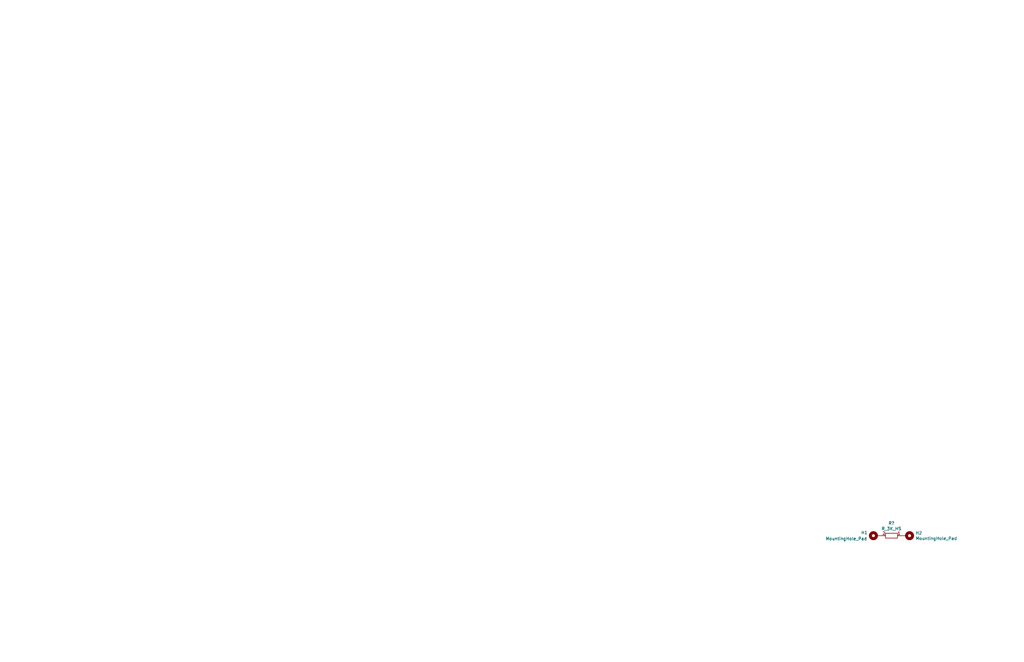
<source format=kicad_sch>
(kicad_sch (version 20211123) (generator eeschema)
  (paper "B")
  (title_block (title "Discharge Resistor Mount") (date "2022-04-16") (rev "1") (company "Olin Electric Motorsports") (comment 1 "Elvis Wolcott"))
  (lib_symbols
    (symbol "Mechanical:MountingHole_Pad" (pin_numbers hide) (pin_names (offset 1.016) hide)
      (property "Reference" "H" (at 0 6.35 0))
      (property "Value" "MountingHole_Pad" (at 0 4.445 0))
      (symbol "MountingHole_Pad_0_1"
        (circle (center 0 1.27) (radius 1.27) (stroke (width 1.27)))
      )
      (symbol "MountingHole_Pad_1_1"
        (pin input line (at 0 -2.54 90) (length 2.54) (name "1") (number "1"))
      )
    )
    (symbol "formula:R_3K_HS" (pin_names (offset 0))
      (property "Reference" "R" (at 2.032 0 90))
      (property "Value" "R_3K_HS" (at -2.54 0 90))
      (symbol "R_3K_HS_0_1"
        (rectangle (start -1.016 -2.54) (end 1.016 2.54) (stroke (width 0.254)))
      )
      (symbol "R_3K_HS_1_1"
        (pin passive line (at 0 3.81 270) (length 1.27) (name "~") (number "1"))
        (pin passive line (at 0 -3.81 90) (length 1.27) (name "~") (number "2"))
      )
    )
  )
  (symbol (lib_id "formula:R_3K_HS") (at 375.92 226.06 270) (unit 1)
    (property "Reference" "R?" (at 375.92 220.8022 90))
    (property "Value" "R_3K_HS" (at 375.92 223.1136 90))
    (property "Footprint" "footprints:R_3k_HS_TO247" (effects hide))
    (property "Datasheet" "http://dpk3n3gg92jwt.cloudfront.net/domains/ohmite/pdf/acl_ap101.pdf" (effects hide))
    (property "MFN" "DK" (effects hide))
    (property "MPN" "AP1013KJ-ND" (effects hide))
    (property "PurchasingLink" "https://www.digikey.com/product-detail/en/ohmite/AP101-3K-J/AP101-3K-J-ND/5878525" (effects hide))
    (property "MPN2" "345-1223-ND" (effects hide))
    (property "PurchasingLink2" "https://www.digikey.com/product-detail/en/wakefield-vette/657-15ABPEN/345-1223-ND/3945700" (effects hide))
  )
  (symbol (lib_id "Mechanical:MountingHole_Pad") (at 369.57 226.06 90) (unit 1)
    (property "Reference" "H1" (at 364.49 224.79 90))
    (property "Value" "MountingHole_Pad" (at 356.87 227.33 90))
    (property "Footprint" "MountingHole:MountingHole_2.5mm_Pad" (effects hide))
  )
  (symbol (lib_id "Mechanical:MountingHole_Pad") (at 382.27 226.06 270) (unit 1)
    (property "Reference" "H2" (at 386.08 224.8916 90) (effects (justify left)))
    (property "Value" "MountingHole_Pad" (at 386.08 227.203 90) (effects (justify left)))
    (property "Footprint" "MountingHole:MountingHole_2.5mm_Pad" (effects hide))
  )
)
</source>
